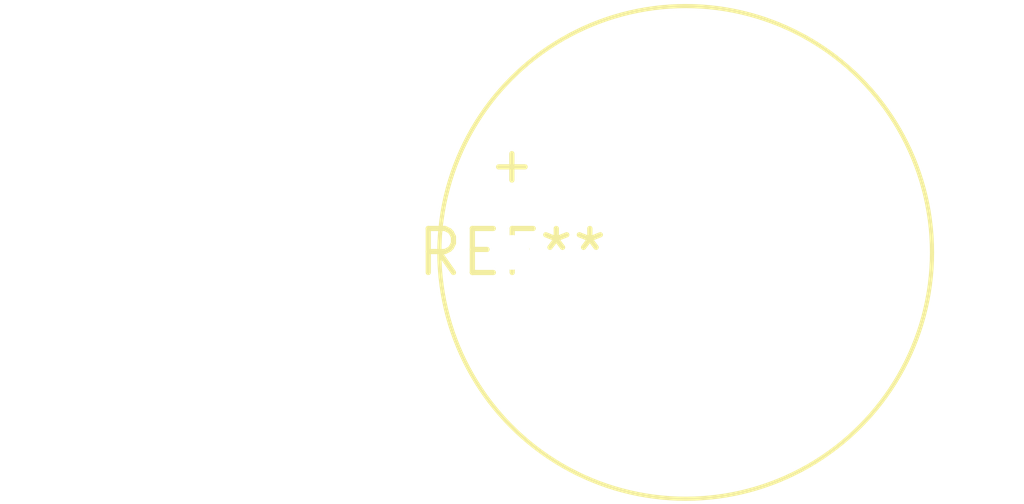
<source format=kicad_pcb>
(kicad_pcb (version 20240108) (generator pcbnew)
  (layers (0 "F.Cu" signal) (31 "B.Cu" signal) (34 "B.Paste" user) (35 "F.Paste" user) (36 "B.SilkS" user "B.Silkscreen") (37 "F.SilkS" user "F.Silkscreen") (38 "B.Mask" user) (39 "F.Mask" user) (44 "Edge.Cuts" user))
  (net 0 "")
  (footprint "Buzzer_D14mm_H7mm_P10mm" (layer "F.Cu") (at 0 0)
    (property "Reference" "REF**")
    (property "Value" "Buzzer_D14mm_H7mm_P10mm")
    (fp_circle (center 5 0) (end 12.1 0) (layer "F.SilkS") (stroke (width 0.12)) (fill none))
    (fp_text user "+" (at -0.01 -2.54 0) (layer "F.SilkS"))
    (pad "1" thru_hole rect (at 0 0) (size 2 2) (drill 1) (layers *.Cu *.Mask) (remove_unused_layers))
    (pad "2" thru_hole circle (at 10 0) (size 2 2) (drill 1) (layers *.Cu *.Mask) (remove_unused_layers))
  )
)
</source>
